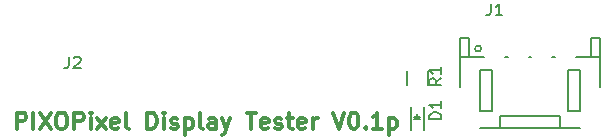
<source format=gbr>
G04 #@! TF.FileFunction,Legend,Top*
%FSLAX46Y46*%
G04 Gerber Fmt 4.6, Leading zero omitted, Abs format (unit mm)*
G04 Created by KiCad (PCBNEW 4.0.7) date 04/19/18 23:02:37*
%MOMM*%
%LPD*%
G01*
G04 APERTURE LIST*
%ADD10C,0.100000*%
%ADD11C,0.350000*%
%ADD12C,0.150000*%
G04 APERTURE END LIST*
D10*
D11*
X120303332Y-108383333D02*
X120303332Y-106983333D01*
X120836666Y-106983333D01*
X120969999Y-107050000D01*
X121036666Y-107116667D01*
X121103332Y-107250000D01*
X121103332Y-107450000D01*
X121036666Y-107583333D01*
X120969999Y-107650000D01*
X120836666Y-107716667D01*
X120303332Y-107716667D01*
X121703332Y-108383333D02*
X121703332Y-106983333D01*
X122236666Y-106983333D02*
X123169999Y-108383333D01*
X123169999Y-106983333D02*
X122236666Y-108383333D01*
X123969999Y-106983333D02*
X124236666Y-106983333D01*
X124369999Y-107050000D01*
X124503332Y-107183333D01*
X124569999Y-107450000D01*
X124569999Y-107916667D01*
X124503332Y-108183333D01*
X124369999Y-108316667D01*
X124236666Y-108383333D01*
X123969999Y-108383333D01*
X123836666Y-108316667D01*
X123703332Y-108183333D01*
X123636666Y-107916667D01*
X123636666Y-107450000D01*
X123703332Y-107183333D01*
X123836666Y-107050000D01*
X123969999Y-106983333D01*
X125169999Y-108383333D02*
X125169999Y-106983333D01*
X125703333Y-106983333D01*
X125836666Y-107050000D01*
X125903333Y-107116667D01*
X125969999Y-107250000D01*
X125969999Y-107450000D01*
X125903333Y-107583333D01*
X125836666Y-107650000D01*
X125703333Y-107716667D01*
X125169999Y-107716667D01*
X126569999Y-108383333D02*
X126569999Y-107450000D01*
X126569999Y-106983333D02*
X126503333Y-107050000D01*
X126569999Y-107116667D01*
X126636666Y-107050000D01*
X126569999Y-106983333D01*
X126569999Y-107116667D01*
X127103333Y-108383333D02*
X127836666Y-107450000D01*
X127103333Y-107450000D02*
X127836666Y-108383333D01*
X128903333Y-108316667D02*
X128769999Y-108383333D01*
X128503333Y-108383333D01*
X128369999Y-108316667D01*
X128303333Y-108183333D01*
X128303333Y-107650000D01*
X128369999Y-107516667D01*
X128503333Y-107450000D01*
X128769999Y-107450000D01*
X128903333Y-107516667D01*
X128969999Y-107650000D01*
X128969999Y-107783333D01*
X128303333Y-107916667D01*
X129769999Y-108383333D02*
X129636666Y-108316667D01*
X129569999Y-108183333D01*
X129569999Y-106983333D01*
X131369999Y-108383333D02*
X131369999Y-106983333D01*
X131703333Y-106983333D01*
X131903333Y-107050000D01*
X132036666Y-107183333D01*
X132103333Y-107316667D01*
X132169999Y-107583333D01*
X132169999Y-107783333D01*
X132103333Y-108050000D01*
X132036666Y-108183333D01*
X131903333Y-108316667D01*
X131703333Y-108383333D01*
X131369999Y-108383333D01*
X132769999Y-108383333D02*
X132769999Y-107450000D01*
X132769999Y-106983333D02*
X132703333Y-107050000D01*
X132769999Y-107116667D01*
X132836666Y-107050000D01*
X132769999Y-106983333D01*
X132769999Y-107116667D01*
X133370000Y-108316667D02*
X133503333Y-108383333D01*
X133770000Y-108383333D01*
X133903333Y-108316667D01*
X133970000Y-108183333D01*
X133970000Y-108116667D01*
X133903333Y-107983333D01*
X133770000Y-107916667D01*
X133570000Y-107916667D01*
X133436666Y-107850000D01*
X133370000Y-107716667D01*
X133370000Y-107650000D01*
X133436666Y-107516667D01*
X133570000Y-107450000D01*
X133770000Y-107450000D01*
X133903333Y-107516667D01*
X134569999Y-107450000D02*
X134569999Y-108850000D01*
X134569999Y-107516667D02*
X134703333Y-107450000D01*
X134969999Y-107450000D01*
X135103333Y-107516667D01*
X135169999Y-107583333D01*
X135236666Y-107716667D01*
X135236666Y-108116667D01*
X135169999Y-108250000D01*
X135103333Y-108316667D01*
X134969999Y-108383333D01*
X134703333Y-108383333D01*
X134569999Y-108316667D01*
X136036666Y-108383333D02*
X135903333Y-108316667D01*
X135836666Y-108183333D01*
X135836666Y-106983333D01*
X137169999Y-108383333D02*
X137169999Y-107650000D01*
X137103333Y-107516667D01*
X136969999Y-107450000D01*
X136703333Y-107450000D01*
X136569999Y-107516667D01*
X137169999Y-108316667D02*
X137036666Y-108383333D01*
X136703333Y-108383333D01*
X136569999Y-108316667D01*
X136503333Y-108183333D01*
X136503333Y-108050000D01*
X136569999Y-107916667D01*
X136703333Y-107850000D01*
X137036666Y-107850000D01*
X137169999Y-107783333D01*
X137703333Y-107450000D02*
X138036666Y-108383333D01*
X138370000Y-107450000D02*
X138036666Y-108383333D01*
X137903333Y-108716667D01*
X137836666Y-108783333D01*
X137703333Y-108850000D01*
X139770000Y-106983333D02*
X140570000Y-106983333D01*
X140170000Y-108383333D02*
X140170000Y-106983333D01*
X141570001Y-108316667D02*
X141436667Y-108383333D01*
X141170001Y-108383333D01*
X141036667Y-108316667D01*
X140970001Y-108183333D01*
X140970001Y-107650000D01*
X141036667Y-107516667D01*
X141170001Y-107450000D01*
X141436667Y-107450000D01*
X141570001Y-107516667D01*
X141636667Y-107650000D01*
X141636667Y-107783333D01*
X140970001Y-107916667D01*
X142170001Y-108316667D02*
X142303334Y-108383333D01*
X142570001Y-108383333D01*
X142703334Y-108316667D01*
X142770001Y-108183333D01*
X142770001Y-108116667D01*
X142703334Y-107983333D01*
X142570001Y-107916667D01*
X142370001Y-107916667D01*
X142236667Y-107850000D01*
X142170001Y-107716667D01*
X142170001Y-107650000D01*
X142236667Y-107516667D01*
X142370001Y-107450000D01*
X142570001Y-107450000D01*
X142703334Y-107516667D01*
X143170000Y-107450000D02*
X143703334Y-107450000D01*
X143370000Y-106983333D02*
X143370000Y-108183333D01*
X143436667Y-108316667D01*
X143570000Y-108383333D01*
X143703334Y-108383333D01*
X144703334Y-108316667D02*
X144570000Y-108383333D01*
X144303334Y-108383333D01*
X144170000Y-108316667D01*
X144103334Y-108183333D01*
X144103334Y-107650000D01*
X144170000Y-107516667D01*
X144303334Y-107450000D01*
X144570000Y-107450000D01*
X144703334Y-107516667D01*
X144770000Y-107650000D01*
X144770000Y-107783333D01*
X144103334Y-107916667D01*
X145370000Y-108383333D02*
X145370000Y-107450000D01*
X145370000Y-107716667D02*
X145436667Y-107583333D01*
X145503334Y-107516667D01*
X145636667Y-107450000D01*
X145770000Y-107450000D01*
X147103334Y-106983333D02*
X147570001Y-108383333D01*
X148036668Y-106983333D01*
X148770001Y-106983333D02*
X148903334Y-106983333D01*
X149036668Y-107050000D01*
X149103334Y-107116667D01*
X149170001Y-107250000D01*
X149236668Y-107516667D01*
X149236668Y-107850000D01*
X149170001Y-108116667D01*
X149103334Y-108250000D01*
X149036668Y-108316667D01*
X148903334Y-108383333D01*
X148770001Y-108383333D01*
X148636668Y-108316667D01*
X148570001Y-108250000D01*
X148503334Y-108116667D01*
X148436668Y-107850000D01*
X148436668Y-107516667D01*
X148503334Y-107250000D01*
X148570001Y-107116667D01*
X148636668Y-107050000D01*
X148770001Y-106983333D01*
X149836667Y-108250000D02*
X149903334Y-108316667D01*
X149836667Y-108383333D01*
X149770001Y-108316667D01*
X149836667Y-108250000D01*
X149836667Y-108383333D01*
X151236668Y-108383333D02*
X150436668Y-108383333D01*
X150836668Y-108383333D02*
X150836668Y-106983333D01*
X150703334Y-107183333D01*
X150570001Y-107316667D01*
X150436668Y-107383333D01*
X151836667Y-107450000D02*
X151836667Y-108850000D01*
X151836667Y-107516667D02*
X151970001Y-107450000D01*
X152236667Y-107450000D01*
X152370001Y-107516667D01*
X152436667Y-107583333D01*
X152503334Y-107716667D01*
X152503334Y-108116667D01*
X152436667Y-108250000D01*
X152370001Y-108316667D01*
X152236667Y-108383333D01*
X151970001Y-108383333D01*
X151836667Y-108316667D01*
D12*
X154780000Y-108420000D02*
X154780000Y-106520000D01*
X153680000Y-108420000D02*
X153680000Y-106520000D01*
X154230000Y-107520000D02*
X154230000Y-107070000D01*
X153980000Y-107570000D02*
X154480000Y-107570000D01*
X154230000Y-107570000D02*
X153980000Y-107320000D01*
X153980000Y-107320000D02*
X154480000Y-107320000D01*
X154480000Y-107320000D02*
X154230000Y-107570000D01*
X159610000Y-101565000D02*
G75*
G03X159610000Y-101565000I-250000J0D01*
G01*
X161260000Y-108315000D02*
X161260000Y-107315000D01*
X161260000Y-107315000D02*
X166260000Y-107315000D01*
X166260000Y-107315000D02*
X166260000Y-108315000D01*
X159860000Y-102315000D02*
X158610000Y-102315000D01*
X158610000Y-102315000D02*
X158610000Y-100715000D01*
X158610000Y-100715000D02*
X157810000Y-100715000D01*
X157810000Y-100715000D02*
X157810000Y-104815000D01*
X158610000Y-102315000D02*
X157810000Y-102315000D01*
X167660000Y-102315000D02*
X168910000Y-102315000D01*
X168910000Y-102315000D02*
X168910000Y-100715000D01*
X168910000Y-100715000D02*
X169710000Y-100715000D01*
X169710000Y-100715000D02*
X169710000Y-104815000D01*
X168910000Y-102315000D02*
X169710000Y-102315000D01*
X159560000Y-108315000D02*
X167960000Y-108315000D01*
X159560000Y-103415000D02*
X159560000Y-106815000D01*
X159560000Y-106815000D02*
X160560000Y-106815000D01*
X160560000Y-106815000D02*
X160560000Y-103415000D01*
X160560000Y-103415000D02*
X159560000Y-103415000D01*
X167960000Y-103415000D02*
X167960000Y-106815000D01*
X167960000Y-106815000D02*
X166960000Y-106815000D01*
X166960000Y-106815000D02*
X166960000Y-103415000D01*
X166960000Y-103415000D02*
X167960000Y-103415000D01*
X161660000Y-102315000D02*
X161860000Y-102315000D01*
X163660000Y-102315000D02*
X163860000Y-102315000D01*
X165660000Y-102315000D02*
X165860000Y-102315000D01*
X155135000Y-103460000D02*
X155135000Y-104660000D01*
X153385000Y-104660000D02*
X153385000Y-103460000D01*
X156242381Y-107548095D02*
X155242381Y-107548095D01*
X155242381Y-107310000D01*
X155290000Y-107167142D01*
X155385238Y-107071904D01*
X155480476Y-107024285D01*
X155670952Y-106976666D01*
X155813810Y-106976666D01*
X156004286Y-107024285D01*
X156099524Y-107071904D01*
X156194762Y-107167142D01*
X156242381Y-107310000D01*
X156242381Y-107548095D01*
X156242381Y-106024285D02*
X156242381Y-106595714D01*
X156242381Y-106310000D02*
X155242381Y-106310000D01*
X155385238Y-106405238D01*
X155480476Y-106500476D01*
X155528095Y-106595714D01*
X160426667Y-97767381D02*
X160426667Y-98481667D01*
X160379047Y-98624524D01*
X160283809Y-98719762D01*
X160140952Y-98767381D01*
X160045714Y-98767381D01*
X161426667Y-98767381D02*
X160855238Y-98767381D01*
X161140952Y-98767381D02*
X161140952Y-97767381D01*
X161045714Y-97910238D01*
X160950476Y-98005476D01*
X160855238Y-98053095D01*
X156242381Y-104086666D02*
X155766190Y-104420000D01*
X156242381Y-104658095D02*
X155242381Y-104658095D01*
X155242381Y-104277142D01*
X155290000Y-104181904D01*
X155337619Y-104134285D01*
X155432857Y-104086666D01*
X155575714Y-104086666D01*
X155670952Y-104134285D01*
X155718571Y-104181904D01*
X155766190Y-104277142D01*
X155766190Y-104658095D01*
X156242381Y-103134285D02*
X156242381Y-103705714D01*
X156242381Y-103420000D02*
X155242381Y-103420000D01*
X155385238Y-103515238D01*
X155480476Y-103610476D01*
X155528095Y-103705714D01*
X124706667Y-102242381D02*
X124706667Y-102956667D01*
X124659047Y-103099524D01*
X124563809Y-103194762D01*
X124420952Y-103242381D01*
X124325714Y-103242381D01*
X125135238Y-102337619D02*
X125182857Y-102290000D01*
X125278095Y-102242381D01*
X125516191Y-102242381D01*
X125611429Y-102290000D01*
X125659048Y-102337619D01*
X125706667Y-102432857D01*
X125706667Y-102528095D01*
X125659048Y-102670952D01*
X125087619Y-103242381D01*
X125706667Y-103242381D01*
M02*

</source>
